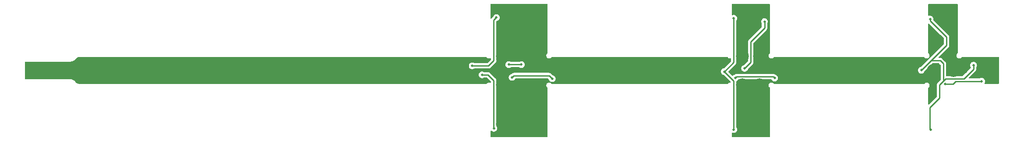
<source format=gbl>
G04 #@! TF.GenerationSoftware,KiCad,Pcbnew,7.0.7*
G04 #@! TF.CreationDate,2024-05-14T22:52:39+02:00*
G04 #@! TF.ProjectId,Index_Middle_Ring_V3,496e6465-785f-44d6-9964-646c655f5269,rev?*
G04 #@! TF.SameCoordinates,Original*
G04 #@! TF.FileFunction,Copper,L2,Bot*
G04 #@! TF.FilePolarity,Positive*
%FSLAX46Y46*%
G04 Gerber Fmt 4.6, Leading zero omitted, Abs format (unit mm)*
G04 Created by KiCad (PCBNEW 7.0.7) date 2024-05-14 22:52:39*
%MOMM*%
%LPD*%
G01*
G04 APERTURE LIST*
G04 #@! TA.AperFunction,ViaPad*
%ADD10C,0.500000*%
G04 #@! TD*
G04 #@! TA.AperFunction,ViaPad*
%ADD11C,2.500000*%
G04 #@! TD*
G04 #@! TA.AperFunction,Conductor*
%ADD12C,0.250000*%
G04 #@! TD*
G04 APERTURE END LIST*
D10*
X129030000Y-117024000D03*
X217655000Y-129491500D03*
X179580000Y-129424000D03*
X217530000Y-107924000D03*
X177755000Y-118149000D03*
X215840000Y-117884000D03*
X179580000Y-107774000D03*
X225940000Y-116904000D03*
X133695998Y-107624000D03*
X220490000Y-120554000D03*
X179860000Y-119384000D03*
X136730000Y-119274000D03*
X144485000Y-119529000D03*
X227490000Y-120024000D03*
X187485000Y-119399000D03*
X181680000Y-117524000D03*
X185530000Y-108424000D03*
X136080000Y-116774000D03*
X138530000Y-116774000D03*
X219430000Y-106924000D03*
D11*
X218180000Y-117924000D03*
X181230000Y-120724000D03*
D10*
X218190000Y-121744000D03*
X58803726Y-117924000D03*
X205510000Y-117094000D03*
X180670000Y-125694000D03*
X219470000Y-111634000D03*
X133596000Y-106514000D03*
D11*
X184530000Y-115124000D03*
X184530000Y-120724000D03*
X222030000Y-117924000D03*
D10*
X186230000Y-110774000D03*
D11*
X141330000Y-120724000D03*
D10*
X56703725Y-117924000D03*
D11*
X181230000Y-115124000D03*
D10*
X205560000Y-118724000D03*
D11*
X141330000Y-115124000D03*
D10*
X224430001Y-118224000D03*
X133830000Y-128374000D03*
X58103723Y-117924000D03*
X59503725Y-117924000D03*
D11*
X134830000Y-115124000D03*
D10*
X57403724Y-117924000D03*
D11*
X134830000Y-120724000D03*
D10*
X133205000Y-129199000D03*
X130930000Y-118774000D03*
D12*
X129030000Y-117024000D02*
X132180000Y-117024000D01*
X217480000Y-125164000D02*
X219390000Y-123254000D01*
X219480000Y-115994000D02*
X220100000Y-116614000D01*
X177755000Y-118149000D02*
X179580000Y-116324000D01*
X220710000Y-113064000D02*
X220710000Y-111434000D01*
X133180000Y-116024000D02*
X133180000Y-108139998D01*
X215840000Y-117884000D02*
X215860000Y-117884000D01*
X215860000Y-117884000D02*
X217750000Y-115994000D01*
X217655000Y-129491500D02*
X217480000Y-129316500D01*
X225940000Y-116904000D02*
X225940000Y-117664000D01*
X219390000Y-120704000D02*
X220100000Y-119994000D01*
X220550000Y-119544000D02*
X220100000Y-119994000D01*
X224060000Y-119544000D02*
X220550000Y-119544000D01*
X217480000Y-129316500D02*
X217480000Y-125164000D01*
X132180000Y-117024000D02*
X133180000Y-116024000D01*
X220100000Y-119994000D02*
X220100000Y-116614000D01*
X217530000Y-108254000D02*
X217530000Y-107924000D01*
X219480000Y-115994000D02*
X217780000Y-115994000D01*
X217780000Y-115994000D02*
X217750000Y-115994000D01*
X225940000Y-117664000D02*
X224060000Y-119544000D01*
X219390000Y-123254000D02*
X219390000Y-120704000D01*
X179580000Y-116324000D02*
X179580000Y-107774000D01*
X220710000Y-111434000D02*
X217530000Y-108254000D01*
X177755000Y-118149000D02*
X179580000Y-119974000D01*
X217780000Y-115994000D02*
X220710000Y-113064000D01*
X133180000Y-108139998D02*
X133695998Y-107624000D01*
X179580000Y-119974000D02*
X179580000Y-129174000D01*
X227490000Y-120024000D02*
X222500000Y-120024000D01*
X179860000Y-119384000D02*
X180130000Y-119114000D01*
X187200000Y-119114000D02*
X187485000Y-119399000D01*
X144485000Y-119529000D02*
X143880000Y-118924000D01*
X137080000Y-118924000D02*
X136730000Y-119274000D01*
X143880000Y-118924000D02*
X137080000Y-118924000D01*
X180130000Y-119114000D02*
X187200000Y-119114000D01*
X221970000Y-120554000D02*
X220490000Y-120554000D01*
X222500000Y-120024000D02*
X221970000Y-120554000D01*
X185530000Y-108424000D02*
X185530000Y-109674000D01*
X185530000Y-109674000D02*
X182880000Y-112324000D01*
X182880000Y-116324000D02*
X181680000Y-117524000D01*
X182880000Y-112324000D02*
X182880000Y-116324000D01*
X138530000Y-116774000D02*
X136080000Y-116774000D01*
X130930000Y-118774000D02*
X132080000Y-118774000D01*
X132080000Y-118774000D02*
X133180000Y-119874000D01*
X133180000Y-119874000D02*
X133180000Y-129174000D01*
X133180000Y-129174000D02*
X133205000Y-129199000D01*
G04 #@! TA.AperFunction,Conductor*
G36*
X143536184Y-104993407D02*
G01*
X143572148Y-105042907D01*
X143576993Y-105073500D01*
X143576993Y-114505895D01*
X143558086Y-114564086D01*
X143543850Y-114578698D01*
X143544066Y-114578914D01*
X143436988Y-114685998D01*
X143364516Y-114811527D01*
X143327005Y-114951536D01*
X143327005Y-114951539D01*
X143327006Y-115096484D01*
X143327006Y-115096485D01*
X143364523Y-115236488D01*
X143437001Y-115362020D01*
X143467890Y-115392907D01*
X143539495Y-115464509D01*
X143665023Y-115536981D01*
X143665025Y-115536981D01*
X143665026Y-115536982D01*
X143675921Y-115539901D01*
X143805032Y-115574495D01*
X143949979Y-115574493D01*
X144089986Y-115536977D01*
X144208591Y-115468500D01*
X144215509Y-115464506D01*
X144215509Y-115464505D01*
X144215514Y-115464503D01*
X144318006Y-115362009D01*
X144318007Y-115362008D01*
X144322594Y-115357421D01*
X144323787Y-115358614D01*
X144367492Y-115328577D01*
X144395609Y-115324500D01*
X178359383Y-115324500D01*
X178417574Y-115343407D01*
X178432187Y-115357643D01*
X178432403Y-115357428D01*
X178514285Y-115439308D01*
X178539488Y-115464511D01*
X178665019Y-115536986D01*
X178665021Y-115536986D01*
X178665022Y-115536987D01*
X178665024Y-115536988D01*
X178720705Y-115551906D01*
X178805030Y-115574500D01*
X178949980Y-115574499D01*
X178955499Y-115574499D01*
X179013690Y-115593406D01*
X179049654Y-115642906D01*
X179054500Y-115673499D01*
X179054500Y-116065321D01*
X179035593Y-116123512D01*
X179025504Y-116135325D01*
X177677368Y-117483460D01*
X177631057Y-117509579D01*
X177522634Y-117536304D01*
X177382758Y-117609718D01*
X177264515Y-117714471D01*
X177174780Y-117844476D01*
X177118763Y-117992182D01*
X177118762Y-117992183D01*
X177099722Y-118148998D01*
X177099722Y-118149001D01*
X177118762Y-118305816D01*
X177118763Y-118305818D01*
X177166065Y-118430543D01*
X177174780Y-118453523D01*
X177264515Y-118583528D01*
X177264516Y-118583529D01*
X177264517Y-118583530D01*
X177382760Y-118688283D01*
X177522635Y-118761696D01*
X177631058Y-118788418D01*
X177677366Y-118814536D01*
X178349990Y-119487160D01*
X178967320Y-120104489D01*
X178995097Y-120159006D01*
X178985526Y-120219438D01*
X178942261Y-120262703D01*
X178897316Y-120273493D01*
X178805030Y-120273493D01*
X178805029Y-120273493D01*
X178786469Y-120278466D01*
X178665019Y-120311006D01*
X178665015Y-120311008D01*
X178539485Y-120383481D01*
X178539483Y-120383482D01*
X178432397Y-120490567D01*
X178431207Y-120489377D01*
X178387490Y-120519423D01*
X178359373Y-120523500D01*
X144395617Y-120523500D01*
X144337426Y-120504593D01*
X144322814Y-120490359D01*
X144322599Y-120490575D01*
X144276048Y-120444024D01*
X144215517Y-120383492D01*
X144089989Y-120311017D01*
X143991571Y-120284645D01*
X143949976Y-120273500D01*
X143805029Y-120273500D01*
X143665027Y-120311010D01*
X143665017Y-120311015D01*
X143539491Y-120383484D01*
X143436997Y-120485977D01*
X143364517Y-120611510D01*
X143364516Y-120611513D01*
X143327002Y-120751511D01*
X143327001Y-120751514D01*
X143326999Y-120896465D01*
X143326999Y-120896468D01*
X143364510Y-121036474D01*
X143364512Y-121036477D01*
X143436981Y-121162004D01*
X143544063Y-121269090D01*
X143542871Y-121270281D01*
X143572914Y-121313987D01*
X143576993Y-121342111D01*
X143576993Y-130774500D01*
X143558086Y-130832691D01*
X143508586Y-130868655D01*
X143477993Y-130873500D01*
X132676994Y-130873500D01*
X132618803Y-130854593D01*
X132582839Y-130805093D01*
X132577994Y-130774500D01*
X132577993Y-130545977D01*
X132577993Y-129732548D01*
X132596900Y-129674358D01*
X132646400Y-129638394D01*
X132707586Y-129638394D01*
X132742641Y-129658445D01*
X132832760Y-129738283D01*
X132972635Y-129811696D01*
X133126015Y-129849500D01*
X133126018Y-129849500D01*
X133283982Y-129849500D01*
X133283985Y-129849500D01*
X133437365Y-129811696D01*
X133577240Y-129738283D01*
X133695483Y-129633530D01*
X133785220Y-129503523D01*
X133841237Y-129355818D01*
X133860278Y-129199000D01*
X133841237Y-129042182D01*
X133785220Y-128894477D01*
X133723024Y-128804370D01*
X133705500Y-128748132D01*
X133705500Y-119882984D01*
X133707189Y-119833528D01*
X133707660Y-119819755D01*
X133697534Y-119778206D01*
X133696594Y-119773258D01*
X133690771Y-119730889D01*
X133683280Y-119713645D01*
X133677903Y-119697654D01*
X133673457Y-119679406D01*
X133652509Y-119642150D01*
X133650252Y-119637607D01*
X133646530Y-119629038D01*
X133633219Y-119598391D01*
X133621363Y-119583819D01*
X133611862Y-119569858D01*
X133602660Y-119553490D01*
X133572422Y-119523251D01*
X133569024Y-119519486D01*
X133542052Y-119486333D01*
X133526709Y-119475502D01*
X133513797Y-119464627D01*
X133323171Y-119274001D01*
X136074722Y-119274001D01*
X136093762Y-119430816D01*
X136093763Y-119430818D01*
X136140286Y-119553490D01*
X136149780Y-119578523D01*
X136239515Y-119708528D01*
X136239516Y-119708529D01*
X136239517Y-119708530D01*
X136357760Y-119813283D01*
X136497635Y-119886696D01*
X136651015Y-119924500D01*
X136651018Y-119924500D01*
X136808982Y-119924500D01*
X136808985Y-119924500D01*
X136962365Y-119886696D01*
X137102240Y-119813283D01*
X137220483Y-119708530D01*
X137310220Y-119578523D01*
X137318831Y-119555818D01*
X137334921Y-119513394D01*
X137373234Y-119465689D01*
X137427487Y-119449500D01*
X143621322Y-119449500D01*
X143679513Y-119468407D01*
X143691326Y-119478496D01*
X143817712Y-119604882D01*
X143845489Y-119659399D01*
X143845986Y-119662950D01*
X143848763Y-119685818D01*
X143899559Y-119819756D01*
X143904780Y-119833523D01*
X143994515Y-119963528D01*
X143994516Y-119963529D01*
X143994517Y-119963530D01*
X144112760Y-120068283D01*
X144252635Y-120141696D01*
X144406015Y-120179500D01*
X144406018Y-120179500D01*
X144563982Y-120179500D01*
X144563985Y-120179500D01*
X144717365Y-120141696D01*
X144857240Y-120068283D01*
X144975483Y-119963530D01*
X145065220Y-119833523D01*
X145121237Y-119685818D01*
X145140278Y-119529000D01*
X145121237Y-119372182D01*
X145065220Y-119224477D01*
X144975483Y-119094470D01*
X144857240Y-118989717D01*
X144717365Y-118916304D01*
X144717364Y-118916303D01*
X144717363Y-118916303D01*
X144608942Y-118889580D01*
X144562631Y-118863461D01*
X144257940Y-118558771D01*
X144214757Y-118512532D01*
X144214755Y-118512531D01*
X144196357Y-118501343D01*
X144178229Y-118490319D01*
X144174039Y-118487467D01*
X144139973Y-118461634D01*
X144122492Y-118454740D01*
X144107381Y-118447235D01*
X144091325Y-118437472D01*
X144050166Y-118425940D01*
X144045360Y-118424324D01*
X144005589Y-118408641D01*
X144005592Y-118408641D01*
X143993568Y-118407405D01*
X143986892Y-118406718D01*
X143970314Y-118403567D01*
X143952228Y-118398500D01*
X143909478Y-118398500D01*
X143904414Y-118398240D01*
X143870061Y-118394709D01*
X143861890Y-118393869D01*
X143861889Y-118393869D01*
X143843375Y-118397061D01*
X143826556Y-118398500D01*
X137088985Y-118398500D01*
X137025755Y-118396340D01*
X137025748Y-118396340D01*
X136996097Y-118403567D01*
X136984223Y-118406460D01*
X136979249Y-118407405D01*
X136936891Y-118413228D01*
X136919648Y-118420717D01*
X136903659Y-118426093D01*
X136885406Y-118430542D01*
X136885403Y-118430543D01*
X136848156Y-118451486D01*
X136843616Y-118453742D01*
X136804390Y-118470781D01*
X136789814Y-118482639D01*
X136775864Y-118492133D01*
X136759489Y-118501340D01*
X136759486Y-118501343D01*
X136729256Y-118531572D01*
X136725493Y-118534968D01*
X136692333Y-118561947D01*
X136681501Y-118577292D01*
X136670627Y-118590202D01*
X136652368Y-118608461D01*
X136606057Y-118634580D01*
X136497636Y-118661303D01*
X136357758Y-118734718D01*
X136239515Y-118839471D01*
X136149780Y-118969476D01*
X136093763Y-119117182D01*
X136093762Y-119117183D01*
X136074722Y-119273998D01*
X136074722Y-119274001D01*
X133323171Y-119274001D01*
X132457940Y-118408771D01*
X132414757Y-118362532D01*
X132414755Y-118362531D01*
X132378232Y-118340321D01*
X132374039Y-118337467D01*
X132339973Y-118311634D01*
X132322492Y-118304740D01*
X132307381Y-118297235D01*
X132291325Y-118287472D01*
X132250166Y-118275940D01*
X132245360Y-118274324D01*
X132205589Y-118258641D01*
X132205592Y-118258641D01*
X132193628Y-118257411D01*
X132186892Y-118256718D01*
X132170314Y-118253567D01*
X132152228Y-118248500D01*
X132109478Y-118248500D01*
X132104414Y-118248240D01*
X132070061Y-118244709D01*
X132061890Y-118243869D01*
X132061889Y-118243869D01*
X132043375Y-118247061D01*
X132026556Y-118248500D01*
X131352902Y-118248500D01*
X131306894Y-118237160D01*
X131302240Y-118234717D01*
X131187506Y-118174499D01*
X131162364Y-118161303D01*
X131008987Y-118123500D01*
X131008985Y-118123500D01*
X130851015Y-118123500D01*
X130851012Y-118123500D01*
X130697635Y-118161303D01*
X130557758Y-118234718D01*
X130439515Y-118339471D01*
X130349780Y-118469476D01*
X130293763Y-118617182D01*
X130293762Y-118617183D01*
X130274722Y-118773998D01*
X130274722Y-118774001D01*
X130293762Y-118930816D01*
X130293763Y-118930818D01*
X130316101Y-118989718D01*
X130349780Y-119078523D01*
X130439515Y-119208528D01*
X130439516Y-119208529D01*
X130439517Y-119208530D01*
X130557760Y-119313283D01*
X130697635Y-119386696D01*
X130851015Y-119424500D01*
X130851018Y-119424500D01*
X131008982Y-119424500D01*
X131008985Y-119424500D01*
X131162365Y-119386696D01*
X131302240Y-119313283D01*
X131302241Y-119313282D01*
X131306894Y-119310840D01*
X131352902Y-119299500D01*
X131821322Y-119299500D01*
X131879513Y-119318407D01*
X131891326Y-119328496D01*
X132625504Y-120062673D01*
X132653281Y-120117190D01*
X132654500Y-120132677D01*
X132654500Y-120234517D01*
X132635593Y-120292708D01*
X132586093Y-120328672D01*
X132524907Y-120328672D01*
X132506001Y-120320254D01*
X132498600Y-120315981D01*
X132489994Y-120311012D01*
X132489992Y-120311011D01*
X132489990Y-120311010D01*
X132349984Y-120273494D01*
X132349980Y-120273493D01*
X132205029Y-120273493D01*
X132065019Y-120311006D01*
X132065015Y-120311008D01*
X131939485Y-120383481D01*
X131939483Y-120383482D01*
X131832397Y-120490567D01*
X131831207Y-120489377D01*
X131787490Y-120519423D01*
X131759373Y-120523500D01*
X53008409Y-120523500D01*
X53008384Y-120523498D01*
X53000420Y-120523498D01*
X52993954Y-120523498D01*
X52955272Y-120523499D01*
X52950385Y-120523257D01*
X52825209Y-120510849D01*
X52806050Y-120507012D01*
X52692794Y-120472412D01*
X52674761Y-120464887D01*
X52662962Y-120458530D01*
X52611735Y-120430929D01*
X52570506Y-120408716D01*
X52554304Y-120397796D01*
X52463115Y-120322247D01*
X52449371Y-120308356D01*
X52370338Y-120210867D01*
X52367443Y-120206911D01*
X52363574Y-120201034D01*
X52318109Y-120131873D01*
X52196322Y-119994010D01*
X52056344Y-119874659D01*
X51900963Y-119776195D01*
X51900958Y-119776193D01*
X51900957Y-119776192D01*
X51733268Y-119700578D01*
X51556610Y-119649318D01*
X51556608Y-119649317D01*
X51556606Y-119649317D01*
X51374485Y-119623427D01*
X51374483Y-119623427D01*
X51374476Y-119623426D01*
X51282582Y-119623499D01*
X51282509Y-119623499D01*
X51282503Y-119623499D01*
X51234915Y-119623499D01*
X51234914Y-119623499D01*
X51226942Y-119623499D01*
X51226930Y-119623500D01*
X42676993Y-119623500D01*
X42618802Y-119604593D01*
X42582838Y-119555093D01*
X42577993Y-119524500D01*
X42577993Y-116323500D01*
X42596900Y-116265309D01*
X42646400Y-116229345D01*
X42676993Y-116224500D01*
X51234912Y-116224500D01*
X51234915Y-116224501D01*
X51276824Y-116224500D01*
X51282509Y-116224504D01*
X51282509Y-116224505D01*
X51372825Y-116224576D01*
X51374477Y-116224578D01*
X51374477Y-116224577D01*
X51374485Y-116224578D01*
X51556607Y-116198688D01*
X51685446Y-116161303D01*
X51733267Y-116147427D01*
X51733268Y-116147426D01*
X51733273Y-116147425D01*
X51900965Y-116071809D01*
X52056347Y-115973345D01*
X52196325Y-115853994D01*
X52254857Y-115787736D01*
X52318109Y-115716135D01*
X52318109Y-115716134D01*
X52318113Y-115716130D01*
X52367269Y-115641355D01*
X52370176Y-115637378D01*
X52449393Y-115539663D01*
X52463129Y-115525780D01*
X52554323Y-115450226D01*
X52570516Y-115439312D01*
X52674782Y-115383135D01*
X52692800Y-115375617D01*
X52806062Y-115341015D01*
X52825209Y-115337181D01*
X52950700Y-115324740D01*
X52955578Y-115324500D01*
X53000420Y-115324502D01*
X53000423Y-115324500D01*
X53008384Y-115324501D01*
X53008409Y-115324500D01*
X131759383Y-115324500D01*
X131817574Y-115343407D01*
X131832187Y-115357643D01*
X131832403Y-115357428D01*
X131914285Y-115439308D01*
X131939488Y-115464511D01*
X132065019Y-115536986D01*
X132065021Y-115536986D01*
X132065022Y-115536987D01*
X132065024Y-115536988D01*
X132120705Y-115551906D01*
X132205030Y-115574500D01*
X132349980Y-115574499D01*
X132454500Y-115546492D01*
X132489984Y-115536984D01*
X132489984Y-115536983D01*
X132489991Y-115536982D01*
X132505997Y-115527740D01*
X132565843Y-115515017D01*
X132621740Y-115539901D01*
X132652335Y-115592888D01*
X132654499Y-115613474D01*
X132654500Y-115765321D01*
X132635593Y-115823512D01*
X132625504Y-115835326D01*
X131991327Y-116469504D01*
X131936810Y-116497281D01*
X131921323Y-116498500D01*
X129452902Y-116498500D01*
X129406894Y-116487160D01*
X129402240Y-116484717D01*
X129328251Y-116445884D01*
X129262364Y-116411303D01*
X129108987Y-116373500D01*
X129108985Y-116373500D01*
X128951015Y-116373500D01*
X128951012Y-116373500D01*
X128797635Y-116411303D01*
X128657758Y-116484718D01*
X128539515Y-116589471D01*
X128449780Y-116719476D01*
X128393763Y-116867182D01*
X128393762Y-116867183D01*
X128374722Y-117023998D01*
X128374722Y-117024001D01*
X128393762Y-117180816D01*
X128393763Y-117180818D01*
X128444000Y-117313283D01*
X128449780Y-117328523D01*
X128539515Y-117458528D01*
X128539516Y-117458529D01*
X128539517Y-117458530D01*
X128657760Y-117563283D01*
X128797635Y-117636696D01*
X128951015Y-117674500D01*
X128951018Y-117674500D01*
X129108982Y-117674500D01*
X129108985Y-117674500D01*
X129262365Y-117636696D01*
X129402240Y-117563283D01*
X129402241Y-117563282D01*
X129406894Y-117560840D01*
X129452902Y-117549500D01*
X132171015Y-117549500D01*
X132173251Y-117549576D01*
X132234245Y-117551660D01*
X132275777Y-117541538D01*
X132280740Y-117540594D01*
X132323111Y-117534771D01*
X132340355Y-117527280D01*
X132356343Y-117521904D01*
X132374594Y-117517457D01*
X132411855Y-117496505D01*
X132416385Y-117494255D01*
X132455609Y-117477219D01*
X132470184Y-117465360D01*
X132484136Y-117455864D01*
X132500512Y-117446658D01*
X132530749Y-117416419D01*
X132534493Y-117413040D01*
X132567665Y-117386054D01*
X132578499Y-117370704D01*
X132589363Y-117357805D01*
X133173168Y-116774001D01*
X135424722Y-116774001D01*
X135443762Y-116930816D01*
X135443763Y-116930818D01*
X135479102Y-117024000D01*
X135499780Y-117078523D01*
X135589515Y-117208528D01*
X135589516Y-117208529D01*
X135589517Y-117208530D01*
X135707760Y-117313283D01*
X135847635Y-117386696D01*
X136001015Y-117424500D01*
X136001018Y-117424500D01*
X136158982Y-117424500D01*
X136158985Y-117424500D01*
X136312365Y-117386696D01*
X136452240Y-117313283D01*
X136452241Y-117313282D01*
X136456894Y-117310840D01*
X136502902Y-117299500D01*
X138107098Y-117299500D01*
X138153106Y-117310840D01*
X138157759Y-117313282D01*
X138157760Y-117313283D01*
X138297635Y-117386696D01*
X138451015Y-117424500D01*
X138451018Y-117424500D01*
X138608982Y-117424500D01*
X138608985Y-117424500D01*
X138762365Y-117386696D01*
X138902240Y-117313283D01*
X139020483Y-117208530D01*
X139110220Y-117078523D01*
X139166237Y-116930818D01*
X139185278Y-116774000D01*
X139166237Y-116617182D01*
X139110220Y-116469477D01*
X139043972Y-116373500D01*
X139020484Y-116339471D01*
X139019270Y-116338395D01*
X138902240Y-116234717D01*
X138815828Y-116189364D01*
X138762364Y-116161303D01*
X138608987Y-116123500D01*
X138608985Y-116123500D01*
X138451015Y-116123500D01*
X138451012Y-116123500D01*
X138297635Y-116161303D01*
X138203682Y-116210615D01*
X138157760Y-116234717D01*
X138157759Y-116234717D01*
X138153106Y-116237160D01*
X138107098Y-116248500D01*
X136502902Y-116248500D01*
X136456894Y-116237160D01*
X136452240Y-116234717D01*
X136365828Y-116189364D01*
X136312364Y-116161303D01*
X136158987Y-116123500D01*
X136158985Y-116123500D01*
X136001015Y-116123500D01*
X136001012Y-116123500D01*
X135847635Y-116161303D01*
X135707758Y-116234718D01*
X135589515Y-116339471D01*
X135499780Y-116469476D01*
X135443763Y-116617182D01*
X135443762Y-116617183D01*
X135424722Y-116773998D01*
X135424722Y-116774001D01*
X133173168Y-116774001D01*
X133545243Y-116401926D01*
X133591469Y-116358755D01*
X133613682Y-116322226D01*
X133616520Y-116318054D01*
X133642365Y-116283975D01*
X133649260Y-116266489D01*
X133656770Y-116251370D01*
X133666526Y-116235328D01*
X133678059Y-116194164D01*
X133679674Y-116189364D01*
X133695360Y-116149589D01*
X133697281Y-116130898D01*
X133700434Y-116114307D01*
X133705500Y-116096228D01*
X133705500Y-116053487D01*
X133705760Y-116048422D01*
X133706455Y-116041655D01*
X133710132Y-116005890D01*
X133706939Y-115987376D01*
X133705500Y-115970555D01*
X133705500Y-108398673D01*
X133724407Y-108340482D01*
X133734492Y-108328674D01*
X133773628Y-108289537D01*
X133819936Y-108263419D01*
X133928363Y-108236696D01*
X134068238Y-108163283D01*
X134186481Y-108058530D01*
X134276218Y-107928523D01*
X134332235Y-107780818D01*
X134351276Y-107624000D01*
X134332235Y-107467182D01*
X134276218Y-107319477D01*
X134186481Y-107189470D01*
X134068238Y-107084717D01*
X133998300Y-107048010D01*
X133928362Y-107011303D01*
X133774985Y-106973500D01*
X133774983Y-106973500D01*
X133617013Y-106973500D01*
X133617010Y-106973500D01*
X133463633Y-107011303D01*
X133323756Y-107084718D01*
X133205513Y-107189471D01*
X133115778Y-107319476D01*
X133059761Y-107467182D01*
X133056984Y-107490049D01*
X133031199Y-107545536D01*
X133028710Y-107548116D01*
X132814771Y-107762056D01*
X132768530Y-107805243D01*
X132768528Y-107805245D01*
X132761577Y-107816675D01*
X132715185Y-107856568D01*
X132654204Y-107861572D01*
X132601929Y-107829778D01*
X132578325Y-107773329D01*
X132577993Y-107765248D01*
X132577993Y-105073500D01*
X132596901Y-105015309D01*
X132646401Y-104979345D01*
X132676994Y-104974500D01*
X143477993Y-104974500D01*
X143536184Y-104993407D01*
G37*
G04 #@! TD.AperFunction*
G04 #@! TA.AperFunction,Conductor*
G36*
X186536184Y-104993407D02*
G01*
X186572148Y-105042907D01*
X186576993Y-105073500D01*
X186576993Y-114505897D01*
X186558086Y-114564088D01*
X186543851Y-114578700D01*
X186544067Y-114578916D01*
X186436989Y-114685997D01*
X186364516Y-114811530D01*
X186327006Y-114951536D01*
X186327006Y-114951539D01*
X186327007Y-115096484D01*
X186327007Y-115096485D01*
X186364524Y-115236488D01*
X186435036Y-115358613D01*
X186437001Y-115362017D01*
X186539495Y-115464508D01*
X186665024Y-115536980D01*
X186805032Y-115574494D01*
X186949978Y-115574492D01*
X187089986Y-115536976D01*
X187215513Y-115464502D01*
X187318005Y-115362009D01*
X187318006Y-115362008D01*
X187322593Y-115357421D01*
X187323786Y-115358614D01*
X187367491Y-115328577D01*
X187395608Y-115324500D01*
X216359383Y-115324500D01*
X216417574Y-115343407D01*
X216432187Y-115357643D01*
X216432403Y-115357428D01*
X216514285Y-115439308D01*
X216539488Y-115464511D01*
X216665019Y-115536986D01*
X216665021Y-115536986D01*
X216665022Y-115536987D01*
X216665024Y-115536988D01*
X216720705Y-115551906D01*
X216805030Y-115574500D01*
X216949980Y-115574499D01*
X217054500Y-115546492D01*
X217089984Y-115536984D01*
X217089984Y-115536983D01*
X217089991Y-115536982D01*
X217215521Y-115464505D01*
X217318014Y-115362008D01*
X217319974Y-115358614D01*
X217390480Y-115236490D01*
X217390488Y-115236477D01*
X217428001Y-115096465D01*
X217427998Y-114951515D01*
X217390480Y-114811504D01*
X217318002Y-114685975D01*
X217215504Y-114583482D01*
X217210916Y-114578894D01*
X217212108Y-114577701D01*
X217182069Y-114533991D01*
X217177993Y-114505877D01*
X217177993Y-108884170D01*
X217196900Y-108825979D01*
X217246400Y-108790015D01*
X217307586Y-108790015D01*
X217346994Y-108814164D01*
X219557456Y-111024625D01*
X220155504Y-111622673D01*
X220183281Y-111677190D01*
X220184500Y-111692677D01*
X220184500Y-112805322D01*
X220165593Y-112863513D01*
X220155504Y-112875326D01*
X217515376Y-115515453D01*
X217484816Y-115536252D01*
X217474394Y-115540778D01*
X217474393Y-115540779D01*
X217459814Y-115552640D01*
X217445861Y-115562136D01*
X217429488Y-115571341D01*
X217399260Y-115601569D01*
X217395497Y-115604965D01*
X217362337Y-115631943D01*
X217362330Y-115631951D01*
X217351500Y-115647293D01*
X217340627Y-115660202D01*
X215788910Y-117211920D01*
X215742598Y-117238039D01*
X215607635Y-117271303D01*
X215467758Y-117344718D01*
X215349515Y-117449471D01*
X215259780Y-117579476D01*
X215203763Y-117727182D01*
X215203762Y-117727183D01*
X215184722Y-117883998D01*
X215184722Y-117884001D01*
X215203762Y-118040816D01*
X215203763Y-118040818D01*
X215204189Y-118041940D01*
X215259780Y-118188523D01*
X215349515Y-118318528D01*
X215349516Y-118318529D01*
X215349517Y-118318530D01*
X215467760Y-118423283D01*
X215607635Y-118496696D01*
X215761015Y-118534500D01*
X215761018Y-118534500D01*
X215918982Y-118534500D01*
X215918985Y-118534500D01*
X216072365Y-118496696D01*
X216212240Y-118423283D01*
X216330483Y-118318530D01*
X216420220Y-118188523D01*
X216476237Y-118040818D01*
X216476247Y-118040729D01*
X216476270Y-118040681D01*
X216477669Y-118035005D01*
X216478779Y-118035278D01*
X216502020Y-117985241D01*
X216504494Y-117982674D01*
X217938673Y-116548496D01*
X217993191Y-116520719D01*
X218008678Y-116519500D01*
X219221323Y-116519500D01*
X219279514Y-116538407D01*
X219291326Y-116548496D01*
X219545503Y-116802672D01*
X219573281Y-116857189D01*
X219574500Y-116872676D01*
X219574500Y-119735322D01*
X219555593Y-119793513D01*
X219545504Y-119805326D01*
X219024771Y-120326058D01*
X218978530Y-120369245D01*
X218956318Y-120405770D01*
X218953466Y-120409960D01*
X218927636Y-120444024D01*
X218927635Y-120444026D01*
X218920741Y-120461506D01*
X218913237Y-120476615D01*
X218903473Y-120492673D01*
X218891939Y-120533835D01*
X218890323Y-120538641D01*
X218874641Y-120578407D01*
X218874640Y-120578413D01*
X218872718Y-120597103D01*
X218869569Y-120613676D01*
X218864500Y-120631771D01*
X218864500Y-120674521D01*
X218864240Y-120679585D01*
X218859869Y-120722110D01*
X218863061Y-120740625D01*
X218864500Y-120757444D01*
X218864500Y-122995322D01*
X218845593Y-123053513D01*
X218835504Y-123065326D01*
X217346997Y-124553832D01*
X217292480Y-124581609D01*
X217232048Y-124572038D01*
X217188783Y-124528773D01*
X217177993Y-124483828D01*
X217177993Y-121342130D01*
X217196900Y-121283939D01*
X217211134Y-121269326D01*
X217210919Y-121269111D01*
X217215506Y-121264524D01*
X217215508Y-121264523D01*
X217318007Y-121162029D01*
X217390486Y-121036498D01*
X217390493Y-121036474D01*
X217407816Y-120971825D01*
X217428005Y-120896486D01*
X217428008Y-120751534D01*
X217391735Y-120616153D01*
X217390494Y-120611520D01*
X217318021Y-120485989D01*
X217318020Y-120485987D01*
X217215525Y-120383489D01*
X217215522Y-120383487D01*
X217215520Y-120383485D01*
X217089991Y-120311010D01*
X216949984Y-120273494D01*
X216949980Y-120273493D01*
X216805029Y-120273493D01*
X216665019Y-120311006D01*
X216665015Y-120311008D01*
X216539485Y-120383481D01*
X216539483Y-120383482D01*
X216432397Y-120490567D01*
X216431207Y-120489377D01*
X216387490Y-120519423D01*
X216359373Y-120523500D01*
X187395615Y-120523500D01*
X187337424Y-120504593D01*
X187322814Y-120490359D01*
X187322598Y-120490576D01*
X187215516Y-120383492D01*
X187215512Y-120383489D01*
X187089993Y-120311020D01*
X187089990Y-120311019D01*
X187089988Y-120311018D01*
X186949979Y-120273502D01*
X186949978Y-120273501D01*
X186805032Y-120273500D01*
X186805031Y-120273500D01*
X186786497Y-120278466D01*
X186665024Y-120311012D01*
X186665020Y-120311014D01*
X186539494Y-120383484D01*
X186539491Y-120383487D01*
X186436997Y-120485976D01*
X186364520Y-120611506D01*
X186364517Y-120611513D01*
X186327003Y-120751511D01*
X186327002Y-120751515D01*
X186327000Y-120896465D01*
X186327000Y-120896468D01*
X186364511Y-121036474D01*
X186436984Y-121162004D01*
X186544063Y-121269088D01*
X186542871Y-121270279D01*
X186572914Y-121313985D01*
X186576993Y-121342109D01*
X186576993Y-130774500D01*
X186558086Y-130832691D01*
X186508586Y-130868655D01*
X186477993Y-130873500D01*
X179276994Y-130873500D01*
X179218803Y-130854593D01*
X179182839Y-130805093D01*
X179177994Y-130774500D01*
X179177993Y-130111426D01*
X179196900Y-130053235D01*
X179246400Y-130017271D01*
X179307586Y-130017271D01*
X179322993Y-130023763D01*
X179347635Y-130036696D01*
X179501015Y-130074500D01*
X179501018Y-130074500D01*
X179658982Y-130074500D01*
X179658985Y-130074500D01*
X179812365Y-130036696D01*
X179952240Y-129963283D01*
X180070483Y-129858530D01*
X180160220Y-129728523D01*
X180216237Y-129580818D01*
X180235278Y-129424000D01*
X180216237Y-129267182D01*
X180160220Y-129119477D01*
X180123024Y-129065589D01*
X180105500Y-129009351D01*
X180105500Y-120049649D01*
X180124407Y-119991458D01*
X180158490Y-119961989D01*
X180232240Y-119923283D01*
X180350483Y-119818530D01*
X180440220Y-119688523D01*
X180440220Y-119688521D01*
X180443621Y-119683595D01*
X180445743Y-119685060D01*
X180481941Y-119649744D01*
X180525797Y-119639500D01*
X186812165Y-119639500D01*
X186870356Y-119658407D01*
X186901125Y-119698677D01*
X186901997Y-119698220D01*
X186904676Y-119703324D01*
X186904733Y-119703399D01*
X186904779Y-119703521D01*
X186994515Y-119833528D01*
X186994516Y-119833529D01*
X186994517Y-119833530D01*
X187112760Y-119938283D01*
X187252635Y-120011696D01*
X187406015Y-120049500D01*
X187406018Y-120049500D01*
X187563982Y-120049500D01*
X187563985Y-120049500D01*
X187717365Y-120011696D01*
X187857240Y-119938283D01*
X187975483Y-119833530D01*
X188065220Y-119703523D01*
X188121237Y-119555818D01*
X188140278Y-119399000D01*
X188121237Y-119242182D01*
X188065220Y-119094477D01*
X187999727Y-118999593D01*
X187975484Y-118964471D01*
X187959255Y-118950093D01*
X187857240Y-118859717D01*
X187717365Y-118786304D01*
X187717364Y-118786304D01*
X187610356Y-118759928D01*
X187561696Y-118731377D01*
X187534757Y-118702532D01*
X187534755Y-118702531D01*
X187498229Y-118680319D01*
X187494039Y-118677467D01*
X187459973Y-118651634D01*
X187442492Y-118644740D01*
X187427381Y-118637235D01*
X187411325Y-118627472D01*
X187370166Y-118615940D01*
X187365360Y-118614324D01*
X187325589Y-118598641D01*
X187325592Y-118598641D01*
X187313577Y-118597406D01*
X187306892Y-118596718D01*
X187290314Y-118593567D01*
X187272228Y-118588500D01*
X187229478Y-118588500D01*
X187224414Y-118588240D01*
X187185236Y-118584213D01*
X187181890Y-118583869D01*
X187181889Y-118583869D01*
X187163375Y-118587061D01*
X187146556Y-118588500D01*
X180138985Y-118588500D01*
X180075755Y-118586340D01*
X180075748Y-118586340D01*
X180037612Y-118595634D01*
X180034224Y-118596460D01*
X180029245Y-118597406D01*
X179986893Y-118603228D01*
X179986885Y-118603230D01*
X179969653Y-118610714D01*
X179953666Y-118616090D01*
X179935414Y-118620539D01*
X179935403Y-118620543D01*
X179898140Y-118641494D01*
X179893600Y-118643749D01*
X179854388Y-118660781D01*
X179854387Y-118660782D01*
X179839813Y-118672639D01*
X179825862Y-118682135D01*
X179809488Y-118691341D01*
X179809488Y-118691342D01*
X179782366Y-118718463D01*
X179736057Y-118744580D01*
X179627636Y-118771303D01*
X179487758Y-118844718D01*
X179401690Y-118920967D01*
X179345595Y-118945402D01*
X179285851Y-118932199D01*
X179266037Y-118916868D01*
X178568172Y-118219003D01*
X178540395Y-118164486D01*
X178549966Y-118104054D01*
X178568166Y-118079002D01*
X179123167Y-117524001D01*
X181024722Y-117524001D01*
X181043762Y-117680816D01*
X181043763Y-117680818D01*
X181074730Y-117762472D01*
X181099780Y-117828523D01*
X181189515Y-117958528D01*
X181189516Y-117958529D01*
X181189517Y-117958530D01*
X181307760Y-118063283D01*
X181447635Y-118136696D01*
X181601015Y-118174500D01*
X181601018Y-118174500D01*
X181758982Y-118174500D01*
X181758985Y-118174500D01*
X181912365Y-118136696D01*
X182052240Y-118063283D01*
X182170483Y-117958530D01*
X182260220Y-117828523D01*
X182316237Y-117680818D01*
X182319013Y-117657951D01*
X182344796Y-117602465D01*
X182347260Y-117599908D01*
X183245228Y-116701940D01*
X183291469Y-116658755D01*
X183313679Y-116622229D01*
X183316529Y-116618042D01*
X183316531Y-116618040D01*
X183342364Y-116583975D01*
X183349257Y-116566495D01*
X183356769Y-116551372D01*
X183366526Y-116535328D01*
X183378061Y-116494155D01*
X183379674Y-116489361D01*
X183381505Y-116484718D01*
X183395359Y-116449589D01*
X183397280Y-116430891D01*
X183400431Y-116414317D01*
X183405500Y-116396228D01*
X183405500Y-116353476D01*
X183405760Y-116348412D01*
X183406679Y-116339470D01*
X183410131Y-116305890D01*
X183407616Y-116291303D01*
X183406939Y-116287374D01*
X183405500Y-116270555D01*
X183405500Y-112582676D01*
X183424407Y-112524485D01*
X183434490Y-112512678D01*
X185895228Y-110051940D01*
X185941469Y-110008755D01*
X185963679Y-109972229D01*
X185966529Y-109968042D01*
X185992364Y-109933975D01*
X185999257Y-109916496D01*
X186006769Y-109901372D01*
X186016526Y-109885328D01*
X186028061Y-109844155D01*
X186029674Y-109839361D01*
X186045357Y-109799593D01*
X186045358Y-109799591D01*
X186045357Y-109799591D01*
X186045359Y-109799589D01*
X186047280Y-109780891D01*
X186050431Y-109764317D01*
X186055500Y-109746228D01*
X186055500Y-109703476D01*
X186055760Y-109698412D01*
X186056504Y-109691166D01*
X186060131Y-109655890D01*
X186056939Y-109637375D01*
X186055500Y-109620556D01*
X186055500Y-108838647D01*
X186073024Y-108782409D01*
X186110220Y-108728523D01*
X186166237Y-108580818D01*
X186185278Y-108424000D01*
X186166237Y-108267182D01*
X186110220Y-108119477D01*
X186020483Y-107989470D01*
X185902240Y-107884717D01*
X185797564Y-107829778D01*
X185762364Y-107811303D01*
X185608987Y-107773500D01*
X185608985Y-107773500D01*
X185451015Y-107773500D01*
X185451012Y-107773500D01*
X185297635Y-107811303D01*
X185157758Y-107884718D01*
X185039515Y-107989471D01*
X184949780Y-108119476D01*
X184893763Y-108267182D01*
X184893762Y-108267183D01*
X184874722Y-108423998D01*
X184874722Y-108424001D01*
X184893762Y-108580816D01*
X184893763Y-108580818D01*
X184949780Y-108728523D01*
X184986975Y-108782409D01*
X185004500Y-108838647D01*
X185004499Y-109415322D01*
X184985592Y-109473513D01*
X184975503Y-109485326D01*
X182514771Y-111946058D01*
X182468530Y-111989245D01*
X182446318Y-112025770D01*
X182443466Y-112029960D01*
X182417636Y-112064024D01*
X182417635Y-112064026D01*
X182410741Y-112081506D01*
X182403237Y-112096615D01*
X182393473Y-112112673D01*
X182381939Y-112153835D01*
X182380323Y-112158641D01*
X182364641Y-112198407D01*
X182364640Y-112198413D01*
X182362718Y-112217103D01*
X182359569Y-112233676D01*
X182354500Y-112251771D01*
X182354500Y-112294521D01*
X182354240Y-112299585D01*
X182349869Y-112342110D01*
X182353061Y-112360625D01*
X182354500Y-112377444D01*
X182354500Y-116065321D01*
X182335593Y-116123512D01*
X182325504Y-116135325D01*
X181602368Y-116858461D01*
X181556057Y-116884580D01*
X181447634Y-116911304D01*
X181307758Y-116984718D01*
X181189515Y-117089471D01*
X181099780Y-117219476D01*
X181043763Y-117367182D01*
X181043762Y-117367183D01*
X181024722Y-117523998D01*
X181024722Y-117524001D01*
X179123167Y-117524001D01*
X179945243Y-116701926D01*
X179991469Y-116658755D01*
X180013684Y-116622221D01*
X180016520Y-116618054D01*
X180042365Y-116583975D01*
X180049260Y-116566488D01*
X180056769Y-116551372D01*
X180066526Y-116535328D01*
X180078060Y-116494158D01*
X180079673Y-116489363D01*
X180081506Y-116484717D01*
X180095359Y-116449589D01*
X180097280Y-116430890D01*
X180100430Y-116414317D01*
X180105500Y-116396228D01*
X180105500Y-116353477D01*
X180105760Y-116348420D01*
X180108289Y-116323816D01*
X180110132Y-116305890D01*
X180106940Y-116287374D01*
X180105500Y-116270555D01*
X180105500Y-108188647D01*
X180123024Y-108132409D01*
X180160220Y-108078523D01*
X180216237Y-107930818D01*
X180235278Y-107774000D01*
X180235217Y-107773500D01*
X180216516Y-107619477D01*
X180216237Y-107617182D01*
X180160220Y-107469477D01*
X180070483Y-107339470D01*
X179952240Y-107234717D01*
X179836999Y-107174233D01*
X179812364Y-107161303D01*
X179658987Y-107123500D01*
X179658985Y-107123500D01*
X179501015Y-107123500D01*
X179501012Y-107123500D01*
X179347634Y-107161304D01*
X179347633Y-107161304D01*
X179323000Y-107174233D01*
X179262688Y-107184534D01*
X179207840Y-107157417D01*
X179179406Y-107103240D01*
X179177993Y-107086573D01*
X179177994Y-105073500D01*
X179196901Y-105015309D01*
X179246401Y-104979345D01*
X179276994Y-104974500D01*
X186477993Y-104974500D01*
X186536184Y-104993407D01*
G37*
G04 #@! TD.AperFunction*
G04 #@! TA.AperFunction,Conductor*
G36*
X222836184Y-104993407D02*
G01*
X222872148Y-105042907D01*
X222876993Y-105073500D01*
X222876993Y-114505896D01*
X222858086Y-114564087D01*
X222843852Y-114578698D01*
X222844068Y-114578914D01*
X222736987Y-114685997D01*
X222664519Y-114811523D01*
X222664517Y-114811526D01*
X222627005Y-114951534D01*
X222627005Y-114951535D01*
X222627006Y-115096482D01*
X222627007Y-115096485D01*
X222664521Y-115236483D01*
X222664523Y-115236488D01*
X222664524Y-115236490D01*
X222737000Y-115362017D01*
X222839494Y-115464509D01*
X222846407Y-115468500D01*
X222965018Y-115536979D01*
X222965019Y-115536979D01*
X222965022Y-115536981D01*
X222965025Y-115536981D01*
X222965028Y-115536983D01*
X223000520Y-115546492D01*
X223105031Y-115574494D01*
X223249978Y-115574493D01*
X223389986Y-115536977D01*
X223515513Y-115464503D01*
X223618006Y-115362010D01*
X223618007Y-115362007D01*
X223622594Y-115357421D01*
X223623786Y-115358613D01*
X223667496Y-115328576D01*
X223695610Y-115324500D01*
X230777993Y-115324500D01*
X230836184Y-115343407D01*
X230872148Y-115392907D01*
X230876993Y-115423500D01*
X230876993Y-120424500D01*
X230858086Y-120482691D01*
X230808586Y-120518655D01*
X230777993Y-120523500D01*
X228124266Y-120523500D01*
X228066075Y-120504593D01*
X228030111Y-120455093D01*
X228030111Y-120393907D01*
X228042790Y-120368262D01*
X228070220Y-120328523D01*
X228126237Y-120180818D01*
X228145278Y-120024000D01*
X228137935Y-119963528D01*
X228128156Y-119882984D01*
X228126237Y-119867182D01*
X228070220Y-119719477D01*
X228015016Y-119639500D01*
X227980484Y-119589471D01*
X227974107Y-119583821D01*
X227862240Y-119484717D01*
X227792302Y-119448010D01*
X227722364Y-119411303D01*
X227568987Y-119373500D01*
X227568985Y-119373500D01*
X227411015Y-119373500D01*
X227411012Y-119373500D01*
X227257635Y-119411303D01*
X227156038Y-119464627D01*
X227117760Y-119484717D01*
X227117759Y-119484717D01*
X227113106Y-119487160D01*
X227067098Y-119498500D01*
X225087678Y-119498500D01*
X225029487Y-119479593D01*
X224993523Y-119430093D01*
X224993523Y-119368907D01*
X225017674Y-119329497D01*
X225815597Y-118531572D01*
X226305228Y-118041940D01*
X226351469Y-117998755D01*
X226373679Y-117962229D01*
X226376529Y-117958042D01*
X226402364Y-117923975D01*
X226409257Y-117906492D01*
X226416761Y-117891383D01*
X226426526Y-117875328D01*
X226438061Y-117834157D01*
X226439666Y-117829381D01*
X226455359Y-117789590D01*
X226457280Y-117770892D01*
X226460429Y-117754324D01*
X226465500Y-117736228D01*
X226465500Y-117693478D01*
X226465760Y-117688413D01*
X226467190Y-117674499D01*
X226470131Y-117645891D01*
X226466939Y-117627376D01*
X226465500Y-117610557D01*
X226465500Y-117318647D01*
X226483024Y-117262409D01*
X226520220Y-117208523D01*
X226576237Y-117060818D01*
X226595278Y-116904000D01*
X226586495Y-116831669D01*
X226576237Y-116747183D01*
X226576237Y-116747182D01*
X226520220Y-116599477D01*
X226475351Y-116534473D01*
X226430484Y-116469471D01*
X226412634Y-116453657D01*
X226312240Y-116364717D01*
X226221787Y-116317243D01*
X226172364Y-116291303D01*
X226018987Y-116253500D01*
X226018985Y-116253500D01*
X225861015Y-116253500D01*
X225861012Y-116253500D01*
X225707635Y-116291303D01*
X225567758Y-116364718D01*
X225449515Y-116469471D01*
X225359780Y-116599476D01*
X225303763Y-116747182D01*
X225303762Y-116747183D01*
X225284722Y-116903998D01*
X225284722Y-116904001D01*
X225303762Y-117060816D01*
X225303763Y-117060818D01*
X225359780Y-117208523D01*
X225396975Y-117262409D01*
X225414500Y-117318647D01*
X225414500Y-117405322D01*
X225395593Y-117463513D01*
X225385504Y-117475326D01*
X223871327Y-118989504D01*
X223816810Y-119017281D01*
X223801323Y-119018500D01*
X220724500Y-119018500D01*
X220666309Y-118999593D01*
X220630345Y-118950093D01*
X220625500Y-118919500D01*
X220625500Y-116622984D01*
X220626303Y-116599476D01*
X220627660Y-116559755D01*
X220617538Y-116518221D01*
X220616592Y-116513242D01*
X220613007Y-116487160D01*
X220610771Y-116470889D01*
X220603283Y-116453651D01*
X220597904Y-116437657D01*
X220593457Y-116419405D01*
X220572501Y-116382135D01*
X220570258Y-116377619D01*
X220553219Y-116338391D01*
X220541352Y-116323804D01*
X220531862Y-116309859D01*
X220522658Y-116293489D01*
X220492427Y-116263257D01*
X220489029Y-116259492D01*
X220488312Y-116258611D01*
X220462054Y-116226335D01*
X220462053Y-116226334D01*
X220462052Y-116226333D01*
X220446706Y-116215500D01*
X220433794Y-116204625D01*
X219857940Y-115628771D01*
X219814757Y-115582532D01*
X219814755Y-115582531D01*
X219801534Y-115574491D01*
X219778229Y-115560319D01*
X219774039Y-115557467D01*
X219739973Y-115531634D01*
X219722492Y-115524740D01*
X219707381Y-115517235D01*
X219691325Y-115507472D01*
X219650166Y-115495940D01*
X219645360Y-115494324D01*
X219605589Y-115478641D01*
X219605592Y-115478641D01*
X219593628Y-115477411D01*
X219586892Y-115476718D01*
X219570314Y-115473567D01*
X219552228Y-115468500D01*
X219509478Y-115468500D01*
X219504414Y-115468240D01*
X219468125Y-115464510D01*
X219461890Y-115463869D01*
X219461889Y-115463869D01*
X219443375Y-115467061D01*
X219426556Y-115468500D01*
X219287678Y-115468500D01*
X219229487Y-115449593D01*
X219193523Y-115400093D01*
X219193523Y-115338907D01*
X219217674Y-115299496D01*
X221075243Y-113441926D01*
X221075242Y-113441925D01*
X221121469Y-113398755D01*
X221143684Y-113362221D01*
X221146520Y-113358054D01*
X221172365Y-113323975D01*
X221179260Y-113306488D01*
X221186766Y-113291375D01*
X221196526Y-113275328D01*
X221208060Y-113234158D01*
X221209673Y-113229363D01*
X221225358Y-113189591D01*
X221225357Y-113189591D01*
X221225359Y-113189589D01*
X221227280Y-113170890D01*
X221230430Y-113154317D01*
X221235500Y-113136228D01*
X221235500Y-113093485D01*
X221235760Y-113088420D01*
X221236662Y-113079641D01*
X221240132Y-113045890D01*
X221236939Y-113027376D01*
X221235500Y-113010555D01*
X221235500Y-111442984D01*
X221235576Y-111440747D01*
X221237660Y-111379755D01*
X221227534Y-111338206D01*
X221226594Y-111333258D01*
X221220771Y-111290889D01*
X221213280Y-111273645D01*
X221207903Y-111257654D01*
X221203457Y-111239406D01*
X221182510Y-111202152D01*
X221180253Y-111197609D01*
X221163221Y-111158395D01*
X221163217Y-111158388D01*
X221151362Y-111143817D01*
X221141860Y-111129856D01*
X221132658Y-111113490D01*
X221132657Y-111113488D01*
X221117542Y-111098373D01*
X221102427Y-111083257D01*
X221099029Y-111079492D01*
X221072052Y-111046333D01*
X221056706Y-111035500D01*
X221043794Y-111024625D01*
X218192618Y-108173449D01*
X218164841Y-108118932D01*
X218166200Y-108086846D01*
X218165515Y-108086763D01*
X218185278Y-107924001D01*
X218185278Y-107923998D01*
X218167893Y-107780818D01*
X218166237Y-107767182D01*
X218110220Y-107619477D01*
X218020483Y-107489470D01*
X217902240Y-107384717D01*
X217816030Y-107339470D01*
X217762364Y-107311303D01*
X217608987Y-107273500D01*
X217608985Y-107273500D01*
X217451015Y-107273500D01*
X217451011Y-107273500D01*
X217300685Y-107310552D01*
X217239660Y-107306120D01*
X217192895Y-107266665D01*
X217177993Y-107214429D01*
X217177993Y-105073500D01*
X217196900Y-105015309D01*
X217246400Y-104979345D01*
X217276993Y-104974500D01*
X222777993Y-104974500D01*
X222836184Y-104993407D01*
G37*
G04 #@! TD.AperFunction*
M02*

</source>
